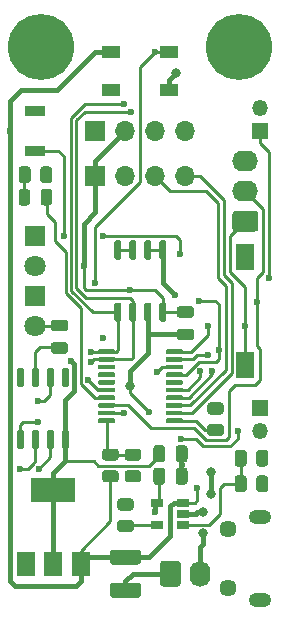
<source format=gbr>
%TF.GenerationSoftware,KiCad,Pcbnew,5.1.9-73d0e3b20d~88~ubuntu20.04.1*%
%TF.CreationDate,2021-03-24T22:28:27+08:00*%
%TF.ProjectId,elec-remote,656c6563-2d72-4656-9d6f-74652e6b6963,rev?*%
%TF.SameCoordinates,Original*%
%TF.FileFunction,Copper,L1,Top*%
%TF.FilePolarity,Positive*%
%FSLAX46Y46*%
G04 Gerber Fmt 4.6, Leading zero omitted, Abs format (unit mm)*
G04 Created by KiCad (PCBNEW 5.1.9-73d0e3b20d~88~ubuntu20.04.1) date 2021-03-24 22:28:27*
%MOMM*%
%LPD*%
G01*
G04 APERTURE LIST*
%TA.AperFunction,SMDPad,CuDef*%
%ADD10R,1.500000X1.000000*%
%TD*%
%TA.AperFunction,ComponentPad*%
%ADD11C,5.600000*%
%TD*%
%TA.AperFunction,ComponentPad*%
%ADD12O,1.700000X1.700000*%
%TD*%
%TA.AperFunction,ComponentPad*%
%ADD13R,1.700000X1.700000*%
%TD*%
%TA.AperFunction,ComponentPad*%
%ADD14O,1.350000X1.350000*%
%TD*%
%TA.AperFunction,ComponentPad*%
%ADD15R,1.350000X1.350000*%
%TD*%
%TA.AperFunction,ComponentPad*%
%ADD16O,2.190000X1.740000*%
%TD*%
%TA.AperFunction,SMDPad,CuDef*%
%ADD17R,1.700000X0.900000*%
%TD*%
%TA.AperFunction,SMDPad,CuDef*%
%ADD18R,1.500000X2.000000*%
%TD*%
%TA.AperFunction,SMDPad,CuDef*%
%ADD19R,3.800000X2.000000*%
%TD*%
%TA.AperFunction,SMDPad,CuDef*%
%ADD20R,1.060000X0.650000*%
%TD*%
%TA.AperFunction,SMDPad,CuDef*%
%ADD21R,1.600000X2.180000*%
%TD*%
%TA.AperFunction,ComponentPad*%
%ADD22O,1.740000X2.190000*%
%TD*%
%TA.AperFunction,ComponentPad*%
%ADD23O,1.900000X1.200000*%
%TD*%
%TA.AperFunction,ComponentPad*%
%ADD24C,1.450000*%
%TD*%
%TA.AperFunction,ComponentPad*%
%ADD25C,1.800000*%
%TD*%
%TA.AperFunction,ComponentPad*%
%ADD26R,1.800000X1.800000*%
%TD*%
%TA.AperFunction,ViaPad*%
%ADD27C,0.600000*%
%TD*%
%TA.AperFunction,ViaPad*%
%ADD28C,0.800000*%
%TD*%
%TA.AperFunction,Conductor*%
%ADD29C,0.381000*%
%TD*%
%TA.AperFunction,Conductor*%
%ADD30C,0.250000*%
%TD*%
G04 APERTURE END LIST*
D10*
%TO.P,D5,1*%
%TO.N,+BATT*%
X39460000Y-28880000D03*
%TO.P,D5,2*%
%TO.N,N/C*%
X39460000Y-32080000D03*
%TO.P,D5,4*%
%TO.N,/WS2812*%
X44360000Y-28880000D03*
%TO.P,D5,3*%
%TO.N,GND*%
X44360000Y-32080000D03*
%TD*%
D11*
%TO.P,H3,1*%
%TO.N,GND*%
X33528000Y-28448000D03*
%TD*%
D12*
%TO.P,JBT1,4*%
%TO.N,/TX*%
X45720000Y-39370000D03*
%TO.P,JBT1,3*%
%TO.N,/RX*%
X43180000Y-39370000D03*
%TO.P,JBT1,2*%
%TO.N,GND*%
X40640000Y-39370000D03*
D13*
%TO.P,JBT1,1*%
%TO.N,+3V3*%
X38100000Y-39370000D03*
%TD*%
D11*
%TO.P,H1,1*%
%TO.N,GND*%
X50292000Y-28448000D03*
%TD*%
D14*
%TO.P,TOP1,2*%
%TO.N,GND*%
X52070000Y-33560000D03*
D15*
%TO.P,TOP1,1*%
%TO.N,/TOP*%
X52070000Y-35560000D03*
%TD*%
D16*
%TO.P,DEBUG1,3*%
%TO.N,GND*%
X50800000Y-38100000D03*
%TO.P,DEBUG1,2*%
%TO.N,/SWIM*%
X50800000Y-40640000D03*
%TO.P,DEBUG1,1*%
%TO.N,/NRST*%
%TA.AperFunction,ComponentPad*%
G36*
G01*
X51645001Y-44050000D02*
X49954999Y-44050000D01*
G75*
G02*
X49705000Y-43800001I0J249999D01*
G01*
X49705000Y-42559999D01*
G75*
G02*
X49954999Y-42310000I249999J0D01*
G01*
X51645001Y-42310000D01*
G75*
G02*
X51895000Y-42559999I0J-249999D01*
G01*
X51895000Y-43800001D01*
G75*
G02*
X51645001Y-44050000I-249999J0D01*
G01*
G37*
%TD.AperFunction*%
%TD*%
D14*
%TO.P,BEEPER1,2*%
%TO.N,GND*%
X52070000Y-60960000D03*
D15*
%TO.P,BEEPER1,1*%
%TO.N,Net-(BEEPER1-Pad1)*%
X52070000Y-58960000D03*
%TD*%
D17*
%TO.P,SIDE1,2*%
%TO.N,GND*%
X33020000Y-33860000D03*
%TO.P,SIDE1,1*%
%TO.N,/SIDE*%
X33020000Y-37260000D03*
%TD*%
D12*
%TO.P,LCD1,4*%
%TO.N,/SDA*%
X45720000Y-35560000D03*
%TO.P,LCD1,3*%
%TO.N,/SCL*%
X43180000Y-35560000D03*
%TO.P,LCD1,2*%
%TO.N,+3V3*%
X40640000Y-35560000D03*
D13*
%TO.P,LCD1,1*%
%TO.N,GND*%
X38100000Y-35560000D03*
%TD*%
%TO.P,U6,8*%
%TO.N,+3V3*%
%TA.AperFunction,SMDPad,CuDef*%
G36*
G01*
X43665000Y-50060000D02*
X43965000Y-50060000D01*
G75*
G02*
X44115000Y-50210000I0J-150000D01*
G01*
X44115000Y-51560000D01*
G75*
G02*
X43965000Y-51710000I-150000J0D01*
G01*
X43665000Y-51710000D01*
G75*
G02*
X43515000Y-51560000I0J150000D01*
G01*
X43515000Y-50210000D01*
G75*
G02*
X43665000Y-50060000I150000J0D01*
G01*
G37*
%TD.AperFunction*%
%TO.P,U6,7*%
%TO.N,GND*%
%TA.AperFunction,SMDPad,CuDef*%
G36*
G01*
X42395000Y-50060000D02*
X42695000Y-50060000D01*
G75*
G02*
X42845000Y-50210000I0J-150000D01*
G01*
X42845000Y-51560000D01*
G75*
G02*
X42695000Y-51710000I-150000J0D01*
G01*
X42395000Y-51710000D01*
G75*
G02*
X42245000Y-51560000I0J150000D01*
G01*
X42245000Y-50210000D01*
G75*
G02*
X42395000Y-50060000I150000J0D01*
G01*
G37*
%TD.AperFunction*%
%TO.P,U6,6*%
%TO.N,/SCL*%
%TA.AperFunction,SMDPad,CuDef*%
G36*
G01*
X41125000Y-50060000D02*
X41425000Y-50060000D01*
G75*
G02*
X41575000Y-50210000I0J-150000D01*
G01*
X41575000Y-51560000D01*
G75*
G02*
X41425000Y-51710000I-150000J0D01*
G01*
X41125000Y-51710000D01*
G75*
G02*
X40975000Y-51560000I0J150000D01*
G01*
X40975000Y-50210000D01*
G75*
G02*
X41125000Y-50060000I150000J0D01*
G01*
G37*
%TD.AperFunction*%
%TO.P,U6,5*%
%TO.N,/SDA*%
%TA.AperFunction,SMDPad,CuDef*%
G36*
G01*
X39855000Y-50060000D02*
X40155000Y-50060000D01*
G75*
G02*
X40305000Y-50210000I0J-150000D01*
G01*
X40305000Y-51560000D01*
G75*
G02*
X40155000Y-51710000I-150000J0D01*
G01*
X39855000Y-51710000D01*
G75*
G02*
X39705000Y-51560000I0J150000D01*
G01*
X39705000Y-50210000D01*
G75*
G02*
X39855000Y-50060000I150000J0D01*
G01*
G37*
%TD.AperFunction*%
%TO.P,U6,4*%
%TO.N,GND*%
%TA.AperFunction,SMDPad,CuDef*%
G36*
G01*
X39855000Y-44810000D02*
X40155000Y-44810000D01*
G75*
G02*
X40305000Y-44960000I0J-150000D01*
G01*
X40305000Y-46310000D01*
G75*
G02*
X40155000Y-46460000I-150000J0D01*
G01*
X39855000Y-46460000D01*
G75*
G02*
X39705000Y-46310000I0J150000D01*
G01*
X39705000Y-44960000D01*
G75*
G02*
X39855000Y-44810000I150000J0D01*
G01*
G37*
%TD.AperFunction*%
%TO.P,U6,3*%
%TA.AperFunction,SMDPad,CuDef*%
G36*
G01*
X41125000Y-44810000D02*
X41425000Y-44810000D01*
G75*
G02*
X41575000Y-44960000I0J-150000D01*
G01*
X41575000Y-46310000D01*
G75*
G02*
X41425000Y-46460000I-150000J0D01*
G01*
X41125000Y-46460000D01*
G75*
G02*
X40975000Y-46310000I0J150000D01*
G01*
X40975000Y-44960000D01*
G75*
G02*
X41125000Y-44810000I150000J0D01*
G01*
G37*
%TD.AperFunction*%
%TO.P,U6,2*%
%TA.AperFunction,SMDPad,CuDef*%
G36*
G01*
X42395000Y-44810000D02*
X42695000Y-44810000D01*
G75*
G02*
X42845000Y-44960000I0J-150000D01*
G01*
X42845000Y-46310000D01*
G75*
G02*
X42695000Y-46460000I-150000J0D01*
G01*
X42395000Y-46460000D01*
G75*
G02*
X42245000Y-46310000I0J150000D01*
G01*
X42245000Y-44960000D01*
G75*
G02*
X42395000Y-44810000I150000J0D01*
G01*
G37*
%TD.AperFunction*%
%TO.P,U6,1*%
%TA.AperFunction,SMDPad,CuDef*%
G36*
G01*
X43665000Y-44810000D02*
X43965000Y-44810000D01*
G75*
G02*
X44115000Y-44960000I0J-150000D01*
G01*
X44115000Y-46310000D01*
G75*
G02*
X43965000Y-46460000I-150000J0D01*
G01*
X43665000Y-46460000D01*
G75*
G02*
X43515000Y-46310000I0J150000D01*
G01*
X43515000Y-44960000D01*
G75*
G02*
X43665000Y-44810000I150000J0D01*
G01*
G37*
%TD.AperFunction*%
%TD*%
D18*
%TO.P,U5,1*%
%TO.N,GND*%
X32244000Y-72238000D03*
%TO.P,U5,3*%
%TO.N,+BATT*%
X36844000Y-72238000D03*
%TO.P,U5,2*%
%TO.N,+3V3*%
X34544000Y-72238000D03*
D19*
X34544000Y-65938000D03*
%TD*%
D20*
%TO.P,U4,5*%
%TO.N,Net-(R20-Pad1)*%
X43350000Y-68895000D03*
%TO.P,U4,4*%
%TO.N,+5V*%
X43350000Y-66995000D03*
%TO.P,U4,3*%
%TO.N,+BATT*%
X45550000Y-66995000D03*
%TO.P,U4,2*%
%TO.N,GND*%
X45550000Y-67945000D03*
%TO.P,U4,1*%
%TO.N,Net-(R21-Pad2)*%
X45550000Y-68895000D03*
%TD*%
%TO.P,U3,20*%
%TO.N,/BATT*%
%TA.AperFunction,SMDPad,CuDef*%
G36*
G01*
X39785000Y-59975000D02*
X39785000Y-60175000D01*
G75*
G02*
X39685000Y-60275000I-100000J0D01*
G01*
X38410000Y-60275000D01*
G75*
G02*
X38310000Y-60175000I0J100000D01*
G01*
X38310000Y-59975000D01*
G75*
G02*
X38410000Y-59875000I100000J0D01*
G01*
X39685000Y-59875000D01*
G75*
G02*
X39785000Y-59975000I0J-100000D01*
G01*
G37*
%TD.AperFunction*%
%TO.P,U3,19*%
%TO.N,/IR*%
%TA.AperFunction,SMDPad,CuDef*%
G36*
G01*
X39785000Y-59325000D02*
X39785000Y-59525000D01*
G75*
G02*
X39685000Y-59625000I-100000J0D01*
G01*
X38410000Y-59625000D01*
G75*
G02*
X38310000Y-59525000I0J100000D01*
G01*
X38310000Y-59325000D01*
G75*
G02*
X38410000Y-59225000I100000J0D01*
G01*
X39685000Y-59225000D01*
G75*
G02*
X39785000Y-59325000I0J-100000D01*
G01*
G37*
%TD.AperFunction*%
%TO.P,U3,18*%
%TO.N,/SWIM*%
%TA.AperFunction,SMDPad,CuDef*%
G36*
G01*
X39785000Y-58675000D02*
X39785000Y-58875000D01*
G75*
G02*
X39685000Y-58975000I-100000J0D01*
G01*
X38410000Y-58975000D01*
G75*
G02*
X38310000Y-58875000I0J100000D01*
G01*
X38310000Y-58675000D01*
G75*
G02*
X38410000Y-58575000I100000J0D01*
G01*
X39685000Y-58575000D01*
G75*
G02*
X39785000Y-58675000I0J-100000D01*
G01*
G37*
%TD.AperFunction*%
%TO.P,U3,17*%
%TO.N,/LED0*%
%TA.AperFunction,SMDPad,CuDef*%
G36*
G01*
X39785000Y-58025000D02*
X39785000Y-58225000D01*
G75*
G02*
X39685000Y-58325000I-100000J0D01*
G01*
X38410000Y-58325000D01*
G75*
G02*
X38310000Y-58225000I0J100000D01*
G01*
X38310000Y-58025000D01*
G75*
G02*
X38410000Y-57925000I100000J0D01*
G01*
X39685000Y-57925000D01*
G75*
G02*
X39785000Y-58025000I0J-100000D01*
G01*
G37*
%TD.AperFunction*%
%TO.P,U3,16*%
%TO.N,/WS2812*%
%TA.AperFunction,SMDPad,CuDef*%
G36*
G01*
X39785000Y-57375000D02*
X39785000Y-57575000D01*
G75*
G02*
X39685000Y-57675000I-100000J0D01*
G01*
X38410000Y-57675000D01*
G75*
G02*
X38310000Y-57575000I0J100000D01*
G01*
X38310000Y-57375000D01*
G75*
G02*
X38410000Y-57275000I100000J0D01*
G01*
X39685000Y-57275000D01*
G75*
G02*
X39785000Y-57375000I0J-100000D01*
G01*
G37*
%TD.AperFunction*%
%TO.P,U3,15*%
%TO.N,N/C*%
%TA.AperFunction,SMDPad,CuDef*%
G36*
G01*
X39785000Y-56725000D02*
X39785000Y-56925000D01*
G75*
G02*
X39685000Y-57025000I-100000J0D01*
G01*
X38410000Y-57025000D01*
G75*
G02*
X38310000Y-56925000I0J100000D01*
G01*
X38310000Y-56725000D01*
G75*
G02*
X38410000Y-56625000I100000J0D01*
G01*
X39685000Y-56625000D01*
G75*
G02*
X39785000Y-56725000I0J-100000D01*
G01*
G37*
%TD.AperFunction*%
%TO.P,U3,14*%
%TA.AperFunction,SMDPad,CuDef*%
G36*
G01*
X39785000Y-56075000D02*
X39785000Y-56275000D01*
G75*
G02*
X39685000Y-56375000I-100000J0D01*
G01*
X38410000Y-56375000D01*
G75*
G02*
X38310000Y-56275000I0J100000D01*
G01*
X38310000Y-56075000D01*
G75*
G02*
X38410000Y-55975000I100000J0D01*
G01*
X39685000Y-55975000D01*
G75*
G02*
X39785000Y-56075000I0J-100000D01*
G01*
G37*
%TD.AperFunction*%
%TO.P,U3,13*%
%TA.AperFunction,SMDPad,CuDef*%
G36*
G01*
X39785000Y-55425000D02*
X39785000Y-55625000D01*
G75*
G02*
X39685000Y-55725000I-100000J0D01*
G01*
X38410000Y-55725000D01*
G75*
G02*
X38310000Y-55625000I0J100000D01*
G01*
X38310000Y-55425000D01*
G75*
G02*
X38410000Y-55325000I100000J0D01*
G01*
X39685000Y-55325000D01*
G75*
G02*
X39785000Y-55425000I0J-100000D01*
G01*
G37*
%TD.AperFunction*%
%TO.P,U3,12*%
%TO.N,/SCL*%
%TA.AperFunction,SMDPad,CuDef*%
G36*
G01*
X39785000Y-54775000D02*
X39785000Y-54975000D01*
G75*
G02*
X39685000Y-55075000I-100000J0D01*
G01*
X38410000Y-55075000D01*
G75*
G02*
X38310000Y-54975000I0J100000D01*
G01*
X38310000Y-54775000D01*
G75*
G02*
X38410000Y-54675000I100000J0D01*
G01*
X39685000Y-54675000D01*
G75*
G02*
X39785000Y-54775000I0J-100000D01*
G01*
G37*
%TD.AperFunction*%
%TO.P,U3,11*%
%TO.N,/SDA*%
%TA.AperFunction,SMDPad,CuDef*%
G36*
G01*
X39785000Y-54125000D02*
X39785000Y-54325000D01*
G75*
G02*
X39685000Y-54425000I-100000J0D01*
G01*
X38410000Y-54425000D01*
G75*
G02*
X38310000Y-54325000I0J100000D01*
G01*
X38310000Y-54125000D01*
G75*
G02*
X38410000Y-54025000I100000J0D01*
G01*
X39685000Y-54025000D01*
G75*
G02*
X39785000Y-54125000I0J-100000D01*
G01*
G37*
%TD.AperFunction*%
%TO.P,U3,10*%
%TO.N,/SIDE*%
%TA.AperFunction,SMDPad,CuDef*%
G36*
G01*
X45510000Y-54125000D02*
X45510000Y-54325000D01*
G75*
G02*
X45410000Y-54425000I-100000J0D01*
G01*
X44135000Y-54425000D01*
G75*
G02*
X44035000Y-54325000I0J100000D01*
G01*
X44035000Y-54125000D01*
G75*
G02*
X44135000Y-54025000I100000J0D01*
G01*
X45410000Y-54025000D01*
G75*
G02*
X45510000Y-54125000I0J-100000D01*
G01*
G37*
%TD.AperFunction*%
%TO.P,U3,9*%
%TO.N,+3V3*%
%TA.AperFunction,SMDPad,CuDef*%
G36*
G01*
X45510000Y-54775000D02*
X45510000Y-54975000D01*
G75*
G02*
X45410000Y-55075000I-100000J0D01*
G01*
X44135000Y-55075000D01*
G75*
G02*
X44035000Y-54975000I0J100000D01*
G01*
X44035000Y-54775000D01*
G75*
G02*
X44135000Y-54675000I100000J0D01*
G01*
X45410000Y-54675000D01*
G75*
G02*
X45510000Y-54775000I0J-100000D01*
G01*
G37*
%TD.AperFunction*%
%TO.P,U3,8*%
%TO.N,Net-(C16-Pad2)*%
%TA.AperFunction,SMDPad,CuDef*%
G36*
G01*
X45510000Y-55425000D02*
X45510000Y-55625000D01*
G75*
G02*
X45410000Y-55725000I-100000J0D01*
G01*
X44135000Y-55725000D01*
G75*
G02*
X44035000Y-55625000I0J100000D01*
G01*
X44035000Y-55425000D01*
G75*
G02*
X44135000Y-55325000I100000J0D01*
G01*
X45410000Y-55325000D01*
G75*
G02*
X45510000Y-55425000I0J-100000D01*
G01*
G37*
%TD.AperFunction*%
%TO.P,U3,7*%
%TO.N,GND*%
%TA.AperFunction,SMDPad,CuDef*%
G36*
G01*
X45510000Y-56075000D02*
X45510000Y-56275000D01*
G75*
G02*
X45410000Y-56375000I-100000J0D01*
G01*
X44135000Y-56375000D01*
G75*
G02*
X44035000Y-56275000I0J100000D01*
G01*
X44035000Y-56075000D01*
G75*
G02*
X44135000Y-55975000I100000J0D01*
G01*
X45410000Y-55975000D01*
G75*
G02*
X45510000Y-56075000I0J-100000D01*
G01*
G37*
%TD.AperFunction*%
%TO.P,U3,6*%
%TO.N,N/C*%
%TA.AperFunction,SMDPad,CuDef*%
G36*
G01*
X45510000Y-56725000D02*
X45510000Y-56925000D01*
G75*
G02*
X45410000Y-57025000I-100000J0D01*
G01*
X44135000Y-57025000D01*
G75*
G02*
X44035000Y-56925000I0J100000D01*
G01*
X44035000Y-56725000D01*
G75*
G02*
X44135000Y-56625000I100000J0D01*
G01*
X45410000Y-56625000D01*
G75*
G02*
X45510000Y-56725000I0J-100000D01*
G01*
G37*
%TD.AperFunction*%
%TO.P,U3,5*%
%TO.N,/TOP*%
%TA.AperFunction,SMDPad,CuDef*%
G36*
G01*
X45510000Y-57375000D02*
X45510000Y-57575000D01*
G75*
G02*
X45410000Y-57675000I-100000J0D01*
G01*
X44135000Y-57675000D01*
G75*
G02*
X44035000Y-57575000I0J100000D01*
G01*
X44035000Y-57375000D01*
G75*
G02*
X44135000Y-57275000I100000J0D01*
G01*
X45410000Y-57275000D01*
G75*
G02*
X45510000Y-57375000I0J-100000D01*
G01*
G37*
%TD.AperFunction*%
%TO.P,U3,4*%
%TO.N,/NRST*%
%TA.AperFunction,SMDPad,CuDef*%
G36*
G01*
X45510000Y-58025000D02*
X45510000Y-58225000D01*
G75*
G02*
X45410000Y-58325000I-100000J0D01*
G01*
X44135000Y-58325000D01*
G75*
G02*
X44035000Y-58225000I0J100000D01*
G01*
X44035000Y-58025000D01*
G75*
G02*
X44135000Y-57925000I100000J0D01*
G01*
X45410000Y-57925000D01*
G75*
G02*
X45510000Y-58025000I0J-100000D01*
G01*
G37*
%TD.AperFunction*%
%TO.P,U3,3*%
%TO.N,/RX*%
%TA.AperFunction,SMDPad,CuDef*%
G36*
G01*
X45510000Y-58675000D02*
X45510000Y-58875000D01*
G75*
G02*
X45410000Y-58975000I-100000J0D01*
G01*
X44135000Y-58975000D01*
G75*
G02*
X44035000Y-58875000I0J100000D01*
G01*
X44035000Y-58675000D01*
G75*
G02*
X44135000Y-58575000I100000J0D01*
G01*
X45410000Y-58575000D01*
G75*
G02*
X45510000Y-58675000I0J-100000D01*
G01*
G37*
%TD.AperFunction*%
%TO.P,U3,2*%
%TO.N,/TX*%
%TA.AperFunction,SMDPad,CuDef*%
G36*
G01*
X45510000Y-59325000D02*
X45510000Y-59525000D01*
G75*
G02*
X45410000Y-59625000I-100000J0D01*
G01*
X44135000Y-59625000D01*
G75*
G02*
X44035000Y-59525000I0J100000D01*
G01*
X44035000Y-59325000D01*
G75*
G02*
X44135000Y-59225000I100000J0D01*
G01*
X45410000Y-59225000D01*
G75*
G02*
X45510000Y-59325000I0J-100000D01*
G01*
G37*
%TD.AperFunction*%
%TO.P,U3,1*%
%TO.N,/BEEP*%
%TA.AperFunction,SMDPad,CuDef*%
G36*
G01*
X45510000Y-59975000D02*
X45510000Y-60175000D01*
G75*
G02*
X45410000Y-60275000I-100000J0D01*
G01*
X44135000Y-60275000D01*
G75*
G02*
X44035000Y-60175000I0J100000D01*
G01*
X44035000Y-59975000D01*
G75*
G02*
X44135000Y-59875000I100000J0D01*
G01*
X45410000Y-59875000D01*
G75*
G02*
X45510000Y-59975000I0J-100000D01*
G01*
G37*
%TD.AperFunction*%
%TD*%
%TO.P,U1,8*%
%TO.N,+3V3*%
%TA.AperFunction,SMDPad,CuDef*%
G36*
G01*
X35410000Y-60855000D02*
X35710000Y-60855000D01*
G75*
G02*
X35860000Y-61005000I0J-150000D01*
G01*
X35860000Y-62355000D01*
G75*
G02*
X35710000Y-62505000I-150000J0D01*
G01*
X35410000Y-62505000D01*
G75*
G02*
X35260000Y-62355000I0J150000D01*
G01*
X35260000Y-61005000D01*
G75*
G02*
X35410000Y-60855000I150000J0D01*
G01*
G37*
%TD.AperFunction*%
%TO.P,U1,7*%
%TO.N,Net-(C13-Pad1)*%
%TA.AperFunction,SMDPad,CuDef*%
G36*
G01*
X34140000Y-60855000D02*
X34440000Y-60855000D01*
G75*
G02*
X34590000Y-61005000I0J-150000D01*
G01*
X34590000Y-62355000D01*
G75*
G02*
X34440000Y-62505000I-150000J0D01*
G01*
X34140000Y-62505000D01*
G75*
G02*
X33990000Y-62355000I0J150000D01*
G01*
X33990000Y-61005000D01*
G75*
G02*
X34140000Y-60855000I150000J0D01*
G01*
G37*
%TD.AperFunction*%
%TO.P,U1,6*%
%TO.N,Net-(C13-Pad2)*%
%TA.AperFunction,SMDPad,CuDef*%
G36*
G01*
X32870000Y-60855000D02*
X33170000Y-60855000D01*
G75*
G02*
X33320000Y-61005000I0J-150000D01*
G01*
X33320000Y-62355000D01*
G75*
G02*
X33170000Y-62505000I-150000J0D01*
G01*
X32870000Y-62505000D01*
G75*
G02*
X32720000Y-62355000I0J150000D01*
G01*
X32720000Y-61005000D01*
G75*
G02*
X32870000Y-60855000I150000J0D01*
G01*
G37*
%TD.AperFunction*%
%TO.P,U1,5*%
%TO.N,Net-(C11-Pad1)*%
%TA.AperFunction,SMDPad,CuDef*%
G36*
G01*
X31600000Y-60855000D02*
X31900000Y-60855000D01*
G75*
G02*
X32050000Y-61005000I0J-150000D01*
G01*
X32050000Y-62355000D01*
G75*
G02*
X31900000Y-62505000I-150000J0D01*
G01*
X31600000Y-62505000D01*
G75*
G02*
X31450000Y-62355000I0J150000D01*
G01*
X31450000Y-61005000D01*
G75*
G02*
X31600000Y-60855000I150000J0D01*
G01*
G37*
%TD.AperFunction*%
%TO.P,U1,4*%
%TO.N,GND*%
%TA.AperFunction,SMDPad,CuDef*%
G36*
G01*
X31600000Y-55605000D02*
X31900000Y-55605000D01*
G75*
G02*
X32050000Y-55755000I0J-150000D01*
G01*
X32050000Y-57105000D01*
G75*
G02*
X31900000Y-57255000I-150000J0D01*
G01*
X31600000Y-57255000D01*
G75*
G02*
X31450000Y-57105000I0J150000D01*
G01*
X31450000Y-55755000D01*
G75*
G02*
X31600000Y-55605000I150000J0D01*
G01*
G37*
%TD.AperFunction*%
%TO.P,U1,3*%
%TO.N,Net-(C4-Pad1)*%
%TA.AperFunction,SMDPad,CuDef*%
G36*
G01*
X32870000Y-55605000D02*
X33170000Y-55605000D01*
G75*
G02*
X33320000Y-55755000I0J-150000D01*
G01*
X33320000Y-57105000D01*
G75*
G02*
X33170000Y-57255000I-150000J0D01*
G01*
X32870000Y-57255000D01*
G75*
G02*
X32720000Y-57105000I0J150000D01*
G01*
X32720000Y-55755000D01*
G75*
G02*
X32870000Y-55605000I150000J0D01*
G01*
G37*
%TD.AperFunction*%
%TO.P,U1,2*%
%TO.N,Net-(C8-Pad2)*%
%TA.AperFunction,SMDPad,CuDef*%
G36*
G01*
X34140000Y-55605000D02*
X34440000Y-55605000D01*
G75*
G02*
X34590000Y-55755000I0J-150000D01*
G01*
X34590000Y-57105000D01*
G75*
G02*
X34440000Y-57255000I-150000J0D01*
G01*
X34140000Y-57255000D01*
G75*
G02*
X33990000Y-57105000I0J150000D01*
G01*
X33990000Y-55755000D01*
G75*
G02*
X34140000Y-55605000I150000J0D01*
G01*
G37*
%TD.AperFunction*%
%TO.P,U1,1*%
%TO.N,Net-(C11-Pad2)*%
%TA.AperFunction,SMDPad,CuDef*%
G36*
G01*
X35410000Y-55605000D02*
X35710000Y-55605000D01*
G75*
G02*
X35860000Y-55755000I0J-150000D01*
G01*
X35860000Y-57105000D01*
G75*
G02*
X35710000Y-57255000I-150000J0D01*
G01*
X35410000Y-57255000D01*
G75*
G02*
X35260000Y-57105000I0J150000D01*
G01*
X35260000Y-55755000D01*
G75*
G02*
X35410000Y-55605000I150000J0D01*
G01*
G37*
%TD.AperFunction*%
%TD*%
D21*
%TO.P,RESET1,2*%
%TO.N,GND*%
X50800000Y-46210000D03*
%TO.P,RESET1,1*%
%TO.N,/NRST*%
X50800000Y-55390000D03*
%TD*%
%TO.P,R26,2*%
%TO.N,/BATT*%
%TA.AperFunction,SMDPad,CuDef*%
G36*
G01*
X41725002Y-63457500D02*
X40824998Y-63457500D01*
G75*
G02*
X40575000Y-63207502I0J249998D01*
G01*
X40575000Y-62682498D01*
G75*
G02*
X40824998Y-62432500I249998J0D01*
G01*
X41725002Y-62432500D01*
G75*
G02*
X41975000Y-62682498I0J-249998D01*
G01*
X41975000Y-63207502D01*
G75*
G02*
X41725002Y-63457500I-249998J0D01*
G01*
G37*
%TD.AperFunction*%
%TO.P,R26,1*%
%TO.N,GND*%
%TA.AperFunction,SMDPad,CuDef*%
G36*
G01*
X41725002Y-65282500D02*
X40824998Y-65282500D01*
G75*
G02*
X40575000Y-65032502I0J249998D01*
G01*
X40575000Y-64507498D01*
G75*
G02*
X40824998Y-64257500I249998J0D01*
G01*
X41725002Y-64257500D01*
G75*
G02*
X41975000Y-64507498I0J-249998D01*
G01*
X41975000Y-65032502D01*
G75*
G02*
X41725002Y-65282500I-249998J0D01*
G01*
G37*
%TD.AperFunction*%
%TD*%
%TO.P,R25,2*%
%TO.N,+BATT*%
%TA.AperFunction,SMDPad,CuDef*%
G36*
G01*
X38919998Y-64257500D02*
X39820002Y-64257500D01*
G75*
G02*
X40070000Y-64507498I0J-249998D01*
G01*
X40070000Y-65032502D01*
G75*
G02*
X39820002Y-65282500I-249998J0D01*
G01*
X38919998Y-65282500D01*
G75*
G02*
X38670000Y-65032502I0J249998D01*
G01*
X38670000Y-64507498D01*
G75*
G02*
X38919998Y-64257500I249998J0D01*
G01*
G37*
%TD.AperFunction*%
%TO.P,R25,1*%
%TO.N,/BATT*%
%TA.AperFunction,SMDPad,CuDef*%
G36*
G01*
X38919998Y-62432500D02*
X39820002Y-62432500D01*
G75*
G02*
X40070000Y-62682498I0J-249998D01*
G01*
X40070000Y-63207502D01*
G75*
G02*
X39820002Y-63457500I-249998J0D01*
G01*
X38919998Y-63457500D01*
G75*
G02*
X38670000Y-63207502I0J249998D01*
G01*
X38670000Y-62682498D01*
G75*
G02*
X38919998Y-62432500I249998J0D01*
G01*
G37*
%TD.AperFunction*%
%TD*%
%TO.P,R23,2*%
%TO.N,/BEEP*%
%TA.AperFunction,SMDPad,CuDef*%
G36*
G01*
X47809998Y-60344000D02*
X48710002Y-60344000D01*
G75*
G02*
X48960000Y-60593998I0J-249998D01*
G01*
X48960000Y-61119002D01*
G75*
G02*
X48710002Y-61369000I-249998J0D01*
G01*
X47809998Y-61369000D01*
G75*
G02*
X47560000Y-61119002I0J249998D01*
G01*
X47560000Y-60593998D01*
G75*
G02*
X47809998Y-60344000I249998J0D01*
G01*
G37*
%TD.AperFunction*%
%TO.P,R23,1*%
%TO.N,Net-(Q2-Pad1)*%
%TA.AperFunction,SMDPad,CuDef*%
G36*
G01*
X47809998Y-58519000D02*
X48710002Y-58519000D01*
G75*
G02*
X48960000Y-58768998I0J-249998D01*
G01*
X48960000Y-59294002D01*
G75*
G02*
X48710002Y-59544000I-249998J0D01*
G01*
X47809998Y-59544000D01*
G75*
G02*
X47560000Y-59294002I0J249998D01*
G01*
X47560000Y-58768998D01*
G75*
G02*
X47809998Y-58519000I249998J0D01*
G01*
G37*
%TD.AperFunction*%
%TD*%
%TO.P,R22,2*%
%TO.N,Net-(R21-Pad2)*%
%TA.AperFunction,SMDPad,CuDef*%
G36*
G01*
X50908000Y-64954998D02*
X50908000Y-65855002D01*
G75*
G02*
X50658002Y-66105000I-249998J0D01*
G01*
X50132998Y-66105000D01*
G75*
G02*
X49883000Y-65855002I0J249998D01*
G01*
X49883000Y-64954998D01*
G75*
G02*
X50132998Y-64705000I249998J0D01*
G01*
X50658002Y-64705000D01*
G75*
G02*
X50908000Y-64954998I0J-249998D01*
G01*
G37*
%TD.AperFunction*%
%TO.P,R22,1*%
%TO.N,Net-(D7-Pad1)*%
%TA.AperFunction,SMDPad,CuDef*%
G36*
G01*
X52733000Y-64954998D02*
X52733000Y-65855002D01*
G75*
G02*
X52483002Y-66105000I-249998J0D01*
G01*
X51957998Y-66105000D01*
G75*
G02*
X51708000Y-65855002I0J249998D01*
G01*
X51708000Y-64954998D01*
G75*
G02*
X51957998Y-64705000I249998J0D01*
G01*
X52483002Y-64705000D01*
G75*
G02*
X52733000Y-64954998I0J-249998D01*
G01*
G37*
%TD.AperFunction*%
%TD*%
%TO.P,R21,2*%
%TO.N,Net-(R21-Pad2)*%
%TA.AperFunction,SMDPad,CuDef*%
G36*
G01*
X50908000Y-62795998D02*
X50908000Y-63696002D01*
G75*
G02*
X50658002Y-63946000I-249998J0D01*
G01*
X50132998Y-63946000D01*
G75*
G02*
X49883000Y-63696002I0J249998D01*
G01*
X49883000Y-62795998D01*
G75*
G02*
X50132998Y-62546000I249998J0D01*
G01*
X50658002Y-62546000D01*
G75*
G02*
X50908000Y-62795998I0J-249998D01*
G01*
G37*
%TD.AperFunction*%
%TO.P,R21,1*%
%TO.N,Net-(D6-Pad2)*%
%TA.AperFunction,SMDPad,CuDef*%
G36*
G01*
X52733000Y-62795998D02*
X52733000Y-63696002D01*
G75*
G02*
X52483002Y-63946000I-249998J0D01*
G01*
X51957998Y-63946000D01*
G75*
G02*
X51708000Y-63696002I0J249998D01*
G01*
X51708000Y-62795998D01*
G75*
G02*
X51957998Y-62546000I249998J0D01*
G01*
X52483002Y-62546000D01*
G75*
G02*
X52733000Y-62795998I0J-249998D01*
G01*
G37*
%TD.AperFunction*%
%TD*%
%TO.P,R20,2*%
%TO.N,GND*%
%TA.AperFunction,SMDPad,CuDef*%
G36*
G01*
X41090002Y-67672000D02*
X40189998Y-67672000D01*
G75*
G02*
X39940000Y-67422002I0J249998D01*
G01*
X39940000Y-66896998D01*
G75*
G02*
X40189998Y-66647000I249998J0D01*
G01*
X41090002Y-66647000D01*
G75*
G02*
X41340000Y-66896998I0J-249998D01*
G01*
X41340000Y-67422002D01*
G75*
G02*
X41090002Y-67672000I-249998J0D01*
G01*
G37*
%TD.AperFunction*%
%TO.P,R20,1*%
%TO.N,Net-(R20-Pad1)*%
%TA.AperFunction,SMDPad,CuDef*%
G36*
G01*
X41090002Y-69497000D02*
X40189998Y-69497000D01*
G75*
G02*
X39940000Y-69247002I0J249998D01*
G01*
X39940000Y-68721998D01*
G75*
G02*
X40189998Y-68472000I249998J0D01*
G01*
X41090002Y-68472000D01*
G75*
G02*
X41340000Y-68721998I0J-249998D01*
G01*
X41340000Y-69247002D01*
G75*
G02*
X41090002Y-69497000I-249998J0D01*
G01*
G37*
%TD.AperFunction*%
%TD*%
%TO.P,R18,2*%
%TO.N,Net-(D3-Pad1)*%
%TA.AperFunction,SMDPad,CuDef*%
G36*
G01*
X32620000Y-38792998D02*
X32620000Y-39693002D01*
G75*
G02*
X32370002Y-39943000I-249998J0D01*
G01*
X31844998Y-39943000D01*
G75*
G02*
X31595000Y-39693002I0J249998D01*
G01*
X31595000Y-38792998D01*
G75*
G02*
X31844998Y-38543000I249998J0D01*
G01*
X32370002Y-38543000D01*
G75*
G02*
X32620000Y-38792998I0J-249998D01*
G01*
G37*
%TD.AperFunction*%
%TO.P,R18,1*%
%TO.N,GND*%
%TA.AperFunction,SMDPad,CuDef*%
G36*
G01*
X34445000Y-38792998D02*
X34445000Y-39693002D01*
G75*
G02*
X34195002Y-39943000I-249998J0D01*
G01*
X33669998Y-39943000D01*
G75*
G02*
X33420000Y-39693002I0J249998D01*
G01*
X33420000Y-38792998D01*
G75*
G02*
X33669998Y-38543000I249998J0D01*
G01*
X34195002Y-38543000D01*
G75*
G02*
X34445000Y-38792998I0J-249998D01*
G01*
G37*
%TD.AperFunction*%
%TD*%
D22*
%TO.P,BATT1,2*%
%TO.N,GND*%
X46990000Y-73025000D03*
%TO.P,BATT1,1*%
%TO.N,Net-(BATT1-Pad1)*%
%TA.AperFunction,ComponentPad*%
G36*
G01*
X43580000Y-73870001D02*
X43580000Y-72179999D01*
G75*
G02*
X43829999Y-71930000I249999J0D01*
G01*
X45070001Y-71930000D01*
G75*
G02*
X45320000Y-72179999I0J-249999D01*
G01*
X45320000Y-73870001D01*
G75*
G02*
X45070001Y-74120000I-249999J0D01*
G01*
X43829999Y-74120000D01*
G75*
G02*
X43580000Y-73870001I0J249999D01*
G01*
G37*
%TD.AperFunction*%
%TD*%
D23*
%TO.P,J2,6*%
%TO.N,Net-(J2-Pad6)*%
X52037500Y-75255000D03*
X52037500Y-68255000D03*
D24*
X49337500Y-74255000D03*
X49337500Y-69255000D03*
%TD*%
%TO.P,F2,2*%
%TO.N,+BATT*%
%TA.AperFunction,SMDPad,CuDef*%
G36*
G01*
X41715000Y-72250000D02*
X39565000Y-72250000D01*
G75*
G02*
X39315000Y-72000000I0J250000D01*
G01*
X39315000Y-71250000D01*
G75*
G02*
X39565000Y-71000000I250000J0D01*
G01*
X41715000Y-71000000D01*
G75*
G02*
X41965000Y-71250000I0J-250000D01*
G01*
X41965000Y-72000000D01*
G75*
G02*
X41715000Y-72250000I-250000J0D01*
G01*
G37*
%TD.AperFunction*%
%TO.P,F2,1*%
%TO.N,Net-(BATT1-Pad1)*%
%TA.AperFunction,SMDPad,CuDef*%
G36*
G01*
X41715000Y-75050000D02*
X39565000Y-75050000D01*
G75*
G02*
X39315000Y-74800000I0J250000D01*
G01*
X39315000Y-74050000D01*
G75*
G02*
X39565000Y-73800000I250000J0D01*
G01*
X41715000Y-73800000D01*
G75*
G02*
X41965000Y-74050000I0J-250000D01*
G01*
X41965000Y-74800000D01*
G75*
G02*
X41715000Y-75050000I-250000J0D01*
G01*
G37*
%TD.AperFunction*%
%TD*%
%TO.P,D3,2*%
%TO.N,/LED0*%
%TA.AperFunction,SMDPad,CuDef*%
G36*
G01*
X33470000Y-41604250D02*
X33470000Y-40691750D01*
G75*
G02*
X33713750Y-40448000I243750J0D01*
G01*
X34201250Y-40448000D01*
G75*
G02*
X34445000Y-40691750I0J-243750D01*
G01*
X34445000Y-41604250D01*
G75*
G02*
X34201250Y-41848000I-243750J0D01*
G01*
X33713750Y-41848000D01*
G75*
G02*
X33470000Y-41604250I0J243750D01*
G01*
G37*
%TD.AperFunction*%
%TO.P,D3,1*%
%TO.N,Net-(D3-Pad1)*%
%TA.AperFunction,SMDPad,CuDef*%
G36*
G01*
X31595000Y-41604250D02*
X31595000Y-40691750D01*
G75*
G02*
X31838750Y-40448000I243750J0D01*
G01*
X32326250Y-40448000D01*
G75*
G02*
X32570000Y-40691750I0J-243750D01*
G01*
X32570000Y-41604250D01*
G75*
G02*
X32326250Y-41848000I-243750J0D01*
G01*
X31838750Y-41848000D01*
G75*
G02*
X31595000Y-41604250I0J243750D01*
G01*
G37*
%TD.AperFunction*%
%TD*%
D25*
%TO.P,D2,2*%
%TO.N,Net-(C4-Pad2)*%
X33020000Y-52070000D03*
D26*
%TO.P,D2,1*%
%TO.N,GND*%
X33020000Y-49530000D03*
%TD*%
D25*
%TO.P,D1,2*%
%TO.N,Net-(D1-Pad2)*%
X33020000Y-46990000D03*
D26*
%TO.P,D1,1*%
%TO.N,GND*%
X33020000Y-44450000D03*
%TD*%
%TO.P,C18,2*%
%TO.N,+5V*%
%TA.AperFunction,SMDPad,CuDef*%
G36*
G01*
X44000000Y-64295000D02*
X44000000Y-65245000D01*
G75*
G02*
X43750000Y-65495000I-250000J0D01*
G01*
X43250000Y-65495000D01*
G75*
G02*
X43000000Y-65245000I0J250000D01*
G01*
X43000000Y-64295000D01*
G75*
G02*
X43250000Y-64045000I250000J0D01*
G01*
X43750000Y-64045000D01*
G75*
G02*
X44000000Y-64295000I0J-250000D01*
G01*
G37*
%TD.AperFunction*%
%TO.P,C18,1*%
%TO.N,GND*%
%TA.AperFunction,SMDPad,CuDef*%
G36*
G01*
X45900000Y-64295000D02*
X45900000Y-65245000D01*
G75*
G02*
X45650000Y-65495000I-250000J0D01*
G01*
X45150000Y-65495000D01*
G75*
G02*
X44900000Y-65245000I0J250000D01*
G01*
X44900000Y-64295000D01*
G75*
G02*
X45150000Y-64045000I250000J0D01*
G01*
X45650000Y-64045000D01*
G75*
G02*
X45900000Y-64295000I0J-250000D01*
G01*
G37*
%TD.AperFunction*%
%TD*%
%TO.P,C9,2*%
%TO.N,+3V3*%
%TA.AperFunction,SMDPad,CuDef*%
G36*
G01*
X46195000Y-51366000D02*
X45245000Y-51366000D01*
G75*
G02*
X44995000Y-51116000I0J250000D01*
G01*
X44995000Y-50616000D01*
G75*
G02*
X45245000Y-50366000I250000J0D01*
G01*
X46195000Y-50366000D01*
G75*
G02*
X46445000Y-50616000I0J-250000D01*
G01*
X46445000Y-51116000D01*
G75*
G02*
X46195000Y-51366000I-250000J0D01*
G01*
G37*
%TD.AperFunction*%
%TO.P,C9,1*%
%TO.N,GND*%
%TA.AperFunction,SMDPad,CuDef*%
G36*
G01*
X46195000Y-53266000D02*
X45245000Y-53266000D01*
G75*
G02*
X44995000Y-53016000I0J250000D01*
G01*
X44995000Y-52516000D01*
G75*
G02*
X45245000Y-52266000I250000J0D01*
G01*
X46195000Y-52266000D01*
G75*
G02*
X46445000Y-52516000I0J-250000D01*
G01*
X46445000Y-53016000D01*
G75*
G02*
X46195000Y-53266000I-250000J0D01*
G01*
G37*
%TD.AperFunction*%
%TD*%
%TO.P,C4,2*%
%TO.N,Net-(C4-Pad2)*%
%TA.AperFunction,SMDPad,CuDef*%
G36*
G01*
X35527000Y-52509000D02*
X34577000Y-52509000D01*
G75*
G02*
X34327000Y-52259000I0J250000D01*
G01*
X34327000Y-51759000D01*
G75*
G02*
X34577000Y-51509000I250000J0D01*
G01*
X35527000Y-51509000D01*
G75*
G02*
X35777000Y-51759000I0J-250000D01*
G01*
X35777000Y-52259000D01*
G75*
G02*
X35527000Y-52509000I-250000J0D01*
G01*
G37*
%TD.AperFunction*%
%TO.P,C4,1*%
%TO.N,Net-(C4-Pad1)*%
%TA.AperFunction,SMDPad,CuDef*%
G36*
G01*
X35527000Y-54409000D02*
X34577000Y-54409000D01*
G75*
G02*
X34327000Y-54159000I0J250000D01*
G01*
X34327000Y-53659000D01*
G75*
G02*
X34577000Y-53409000I250000J0D01*
G01*
X35527000Y-53409000D01*
G75*
G02*
X35777000Y-53659000I0J-250000D01*
G01*
X35777000Y-54159000D01*
G75*
G02*
X35527000Y-54409000I-250000J0D01*
G01*
G37*
%TD.AperFunction*%
%TD*%
%TO.P,C1,2*%
%TO.N,+3V3*%
%TA.AperFunction,SMDPad,CuDef*%
G36*
G01*
X44000000Y-62390000D02*
X44000000Y-63340000D01*
G75*
G02*
X43750000Y-63590000I-250000J0D01*
G01*
X43250000Y-63590000D01*
G75*
G02*
X43000000Y-63340000I0J250000D01*
G01*
X43000000Y-62390000D01*
G75*
G02*
X43250000Y-62140000I250000J0D01*
G01*
X43750000Y-62140000D01*
G75*
G02*
X44000000Y-62390000I0J-250000D01*
G01*
G37*
%TD.AperFunction*%
%TO.P,C1,1*%
%TO.N,GND*%
%TA.AperFunction,SMDPad,CuDef*%
G36*
G01*
X45900000Y-62390000D02*
X45900000Y-63340000D01*
G75*
G02*
X45650000Y-63590000I-250000J0D01*
G01*
X45150000Y-63590000D01*
G75*
G02*
X44900000Y-63340000I0J250000D01*
G01*
X44900000Y-62390000D01*
G75*
G02*
X45150000Y-62140000I250000J0D01*
G01*
X45650000Y-62140000D01*
G75*
G02*
X45900000Y-62390000I0J-250000D01*
G01*
G37*
%TD.AperFunction*%
%TD*%
D27*
%TO.N,+3V3*%
X34417000Y-72263000D03*
X43500000Y-63307000D03*
X41021000Y-49022000D03*
X37107511Y-46990000D03*
X47624992Y-54483000D03*
X45720000Y-50866000D03*
X36068000Y-54991000D03*
%TO.N,GND*%
X33909000Y-39243000D03*
X33020000Y-33782000D03*
X40640000Y-67183000D03*
X41275000Y-64770000D03*
X45720000Y-52705000D03*
X50800000Y-45593000D03*
X31750000Y-56134000D03*
X32385000Y-72263000D03*
D28*
X47244000Y-67818000D03*
D27*
X45400000Y-63820000D03*
X42545000Y-45635000D03*
X41275000Y-45635000D03*
X48524000Y-54102000D03*
X44831000Y-49403000D03*
X38735000Y-53086000D03*
D28*
X47879000Y-66294000D03*
X47879000Y-64389000D03*
D27*
X46863000Y-49911000D03*
D28*
X44958000Y-30607000D03*
X41021000Y-57150000D03*
D27*
X42672000Y-59370000D03*
D28*
X47244000Y-69596000D03*
D27*
%TO.N,/NRST*%
X50800000Y-55880000D03*
X50800000Y-52070000D03*
X48006000Y-55880000D03*
%TO.N,Net-(C4-Pad1)*%
X33020000Y-56388000D03*
%TO.N,Net-(C8-Pad2)*%
X33274000Y-58420000D03*
%TO.N,Net-(C11-Pad2)*%
X35560000Y-56388000D03*
%TO.N,Net-(C11-Pad1)*%
X33274000Y-60198000D03*
%TO.N,Net-(C13-Pad2)*%
X31750000Y-64135000D03*
X33020000Y-61976000D03*
%TO.N,Net-(C13-Pad1)*%
X33297500Y-64135000D03*
%TO.N,Net-(C16-Pad2)*%
X43307000Y-55963756D03*
%TO.N,+BATT*%
X30895510Y-35525490D03*
X46736000Y-65786000D03*
X36888000Y-72194000D03*
%TO.N,+5V*%
X43180000Y-67818000D03*
X43180000Y-67056000D03*
%TO.N,/WS2812*%
X43129000Y-28880000D03*
X37465000Y-56642000D03*
X38100000Y-48386998D03*
%TO.N,Net-(D6-Pad2)*%
X52324000Y-63500000D03*
%TO.N,Net-(D7-Pad1)*%
X52324000Y-65278000D03*
%TO.N,/IR*%
X40513000Y-59436000D03*
%TO.N,Net-(Q2-Pad3)*%
X45339000Y-61595000D03*
X50165000Y-60960000D03*
%TO.N,/SWIM*%
X51816000Y-50038000D03*
%TO.N,/SCL*%
X37719000Y-55118000D03*
X41148000Y-33909000D03*
%TO.N,/SDA*%
X37719000Y-54229000D03*
X40513000Y-33284000D03*
%TO.N,Net-(Q2-Pad1)*%
X48260000Y-59055000D03*
%TO.N,/TOP*%
X52815000Y-48006000D03*
X46990000Y-55880000D03*
%TO.N,/SIDE*%
X47625000Y-52070000D03*
X35407490Y-44450000D03*
X38725000Y-44450000D03*
X45278000Y-45974000D03*
%TD*%
D29*
%TO.N,+3V3*%
X34544000Y-65938000D02*
X34544000Y-72238000D01*
X34544000Y-64516000D02*
X34544000Y-65938000D01*
X35560000Y-63500000D02*
X34544000Y-64516000D01*
X35560000Y-61680000D02*
X35560000Y-63500000D01*
D30*
X37973000Y-63500000D02*
X35560000Y-63500000D01*
X38354000Y-63881000D02*
X37973000Y-63500000D01*
X42672000Y-63881000D02*
X38354000Y-63881000D01*
X43500000Y-63053000D02*
X42672000Y-63881000D01*
X43500000Y-62865000D02*
X43500000Y-63053000D01*
D29*
X37107500Y-46990000D02*
X37107500Y-46990000D01*
D30*
X41021000Y-49022000D02*
X37339410Y-49022000D01*
X37339410Y-49022000D02*
X37107511Y-48790101D01*
X37107511Y-48790101D02*
X37107511Y-46990000D01*
X43815000Y-49657000D02*
X43815000Y-50885000D01*
X43180000Y-49022000D02*
X43815000Y-49657000D01*
X41021000Y-49022000D02*
X43180000Y-49022000D01*
X46736000Y-54483000D02*
X47624992Y-54483000D01*
X44772500Y-54875000D02*
X46344000Y-54875000D01*
X46344000Y-54875000D02*
X46736000Y-54483000D01*
X45701000Y-50885000D02*
X45720000Y-50866000D01*
X43815000Y-50885000D02*
X45701000Y-50885000D01*
X45720000Y-50866000D02*
X45720000Y-50866000D01*
D29*
X36322000Y-55245000D02*
X36068000Y-54991000D01*
X36322000Y-57531000D02*
X36322000Y-55245000D01*
X35560000Y-58293000D02*
X36322000Y-57531000D01*
X35560000Y-61680000D02*
X35560000Y-58293000D01*
X38100000Y-38100000D02*
X40640000Y-35560000D01*
X38100000Y-39370000D02*
X38100000Y-38100000D01*
X38100000Y-42418000D02*
X38100000Y-39370000D01*
X37107511Y-43410489D02*
X38100000Y-42418000D01*
X37107511Y-46990000D02*
X37107511Y-43410489D01*
%TO.N,GND*%
X46736000Y-67818000D02*
X46609000Y-67945000D01*
X47244000Y-67818000D02*
X46736000Y-67818000D01*
X45550000Y-67945000D02*
X46609000Y-67945000D01*
D30*
X40005000Y-45635000D02*
X41275000Y-45635000D01*
X42545000Y-45635000D02*
X42545000Y-45635000D01*
X45400000Y-62865000D02*
X45400000Y-63820000D01*
X45400000Y-63820000D02*
X45400000Y-64770000D01*
X42545000Y-45635000D02*
X43815000Y-45635000D01*
X41275000Y-45635000D02*
X41275000Y-45635000D01*
X48269999Y-55108001D02*
X48524000Y-54854000D01*
X46836997Y-55108001D02*
X48269999Y-55108001D01*
X45769998Y-56175000D02*
X46836997Y-55108001D01*
X48524000Y-54854000D02*
X48524000Y-54102000D01*
X44772500Y-56175000D02*
X45769998Y-56175000D01*
D29*
X43815000Y-48387000D02*
X44831000Y-49403000D01*
X43815000Y-45635000D02*
X43815000Y-48387000D01*
X47879000Y-66294000D02*
X47879000Y-64389000D01*
D30*
X48260000Y-49911000D02*
X46863000Y-49911000D01*
X48524000Y-50175000D02*
X48260000Y-49911000D01*
X48524000Y-54102000D02*
X48524000Y-50175000D01*
D29*
X44360000Y-31205000D02*
X44958000Y-30607000D01*
X44360000Y-32080000D02*
X44360000Y-31205000D01*
X42611000Y-52766000D02*
X42545000Y-52832000D01*
X45720000Y-52766000D02*
X42611000Y-52766000D01*
X42545000Y-52832000D02*
X42545000Y-50885000D01*
X42545000Y-54356000D02*
X42545000Y-52832000D01*
X41021000Y-55880000D02*
X42545000Y-54356000D01*
X41021000Y-57150000D02*
X41021000Y-55880000D01*
D30*
X41021000Y-57719000D02*
X42672000Y-59370000D01*
X41021000Y-57150000D02*
X41021000Y-57719000D01*
D29*
X46990000Y-70739000D02*
X47244000Y-70485000D01*
X46990000Y-73025000D02*
X46990000Y-70739000D01*
X47244000Y-69596000D02*
X47244000Y-70485000D01*
D30*
%TO.N,/NRST*%
X50800000Y-55390000D02*
X50800000Y-52070000D01*
X50800000Y-52070000D02*
X50800000Y-48768000D01*
X50800000Y-48768000D02*
X49530000Y-47498000D01*
X49530000Y-47498000D02*
X49530000Y-44450000D01*
X49530000Y-44450000D02*
X50800000Y-43180000D01*
X46015000Y-58125000D02*
X48006000Y-56134000D01*
X48006000Y-56134000D02*
X48006000Y-55880000D01*
X44772500Y-58125000D02*
X46015000Y-58125000D01*
%TO.N,Net-(C4-Pad2)*%
X34991000Y-52070000D02*
X35052000Y-52009000D01*
X33020000Y-52070000D02*
X34991000Y-52070000D01*
%TO.N,Net-(C4-Pad1)*%
X33401000Y-53848000D02*
X33020000Y-54229000D01*
X34991000Y-53848000D02*
X33401000Y-53848000D01*
X33020000Y-54229000D02*
X33020000Y-56430000D01*
X35052000Y-53909000D02*
X34991000Y-53848000D01*
%TO.N,Net-(C8-Pad2)*%
X33782000Y-58420000D02*
X33274000Y-58420000D01*
X34290000Y-57912000D02*
X33782000Y-58420000D01*
X34290000Y-56430000D02*
X34290000Y-57912000D01*
%TO.N,Net-(C11-Pad1)*%
X32004000Y-60198000D02*
X33274000Y-60198000D01*
X31750000Y-60452000D02*
X32004000Y-60198000D01*
X31750000Y-61680000D02*
X31750000Y-60452000D01*
%TO.N,Net-(C13-Pad2)*%
X33020000Y-63500000D02*
X33020000Y-61680000D01*
X32385000Y-64135000D02*
X32893000Y-63627000D01*
X31750000Y-64135000D02*
X32385000Y-64135000D01*
X32893000Y-63627000D02*
X33020000Y-63500000D01*
X32766000Y-63754000D02*
X32893000Y-63627000D01*
%TO.N,Net-(C13-Pad1)*%
X34290000Y-63142500D02*
X33297500Y-64135000D01*
X34290000Y-61680000D02*
X34290000Y-63142500D01*
%TO.N,Net-(C16-Pad2)*%
X44772500Y-55525000D02*
X43745756Y-55525000D01*
X43745756Y-55525000D02*
X43307000Y-55963756D01*
D29*
%TO.N,+BATT*%
X30895510Y-53432490D02*
X30895510Y-54263510D01*
X30895510Y-73625490D02*
X30895510Y-53432490D01*
X31311020Y-74041000D02*
X30895510Y-73625490D01*
D30*
X36844000Y-71106000D02*
X36844000Y-72238000D01*
X39370000Y-68580000D02*
X36844000Y-71106000D01*
X39370000Y-64770000D02*
X39370000Y-68580000D01*
D29*
X34849000Y-32080000D02*
X38049000Y-28880000D01*
X31801000Y-32080000D02*
X34849000Y-32080000D01*
X38049000Y-28880000D02*
X39460000Y-28880000D01*
X30895510Y-32985490D02*
X31801000Y-32080000D01*
X30895510Y-53432490D02*
X30895510Y-35525490D01*
X30895510Y-35525490D02*
X30895510Y-32985490D01*
X40643000Y-71628000D02*
X40640000Y-71625000D01*
X41402000Y-71628000D02*
X40643000Y-71628000D01*
D30*
X46543000Y-66995000D02*
X45550000Y-66995000D01*
X46736000Y-66802000D02*
X46543000Y-66995000D01*
X46736000Y-65786000D02*
X46736000Y-66802000D01*
D29*
X42675000Y-71625000D02*
X40640000Y-71625000D01*
X44450000Y-69850000D02*
X42675000Y-71625000D01*
X44450000Y-67310000D02*
X44450000Y-69850000D01*
X44765000Y-66995000D02*
X44450000Y-67310000D01*
X45550000Y-66995000D02*
X44765000Y-66995000D01*
X37457000Y-71625000D02*
X36888000Y-72194000D01*
X40640000Y-71625000D02*
X37457000Y-71625000D01*
X36844000Y-73646000D02*
X36449000Y-74041000D01*
X36449000Y-74041000D02*
X31311020Y-74041000D01*
X36844000Y-72238000D02*
X36844000Y-73646000D01*
X36888000Y-72194000D02*
X36844000Y-72238000D01*
%TO.N,+5V*%
X43180000Y-67818000D02*
X43180000Y-67056000D01*
D30*
X43500000Y-66845000D02*
X43350000Y-66995000D01*
X43500000Y-64770000D02*
X43500000Y-66845000D01*
%TO.N,/LED0*%
X34036000Y-41226500D02*
X33957500Y-41148000D01*
X34036000Y-42608500D02*
X34036000Y-41226500D01*
X34671000Y-44831000D02*
X34671000Y-43243500D01*
X35582480Y-49236390D02*
X35582480Y-45742480D01*
X35582480Y-45742480D02*
X34671000Y-44831000D01*
X36839999Y-50493909D02*
X35582480Y-49236390D01*
X36839999Y-56942001D02*
X36839999Y-50493909D01*
X38022998Y-58125000D02*
X36839999Y-56942001D01*
X34671000Y-43243500D02*
X34036000Y-42608500D01*
X39047500Y-58125000D02*
X38022998Y-58125000D01*
%TO.N,Net-(D3-Pad1)*%
X32082500Y-39268000D02*
X32107500Y-39243000D01*
X32082500Y-41148000D02*
X32082500Y-39268000D01*
%TO.N,/WS2812*%
X43129000Y-28880000D02*
X44360000Y-28880000D01*
X39047500Y-57475000D02*
X38298000Y-57475000D01*
X38298000Y-57475000D02*
X37465000Y-56642000D01*
X43129000Y-28880000D02*
X41910000Y-30099000D01*
X41910000Y-30099000D02*
X41910000Y-39878000D01*
X41910000Y-39878000D02*
X38100000Y-43688000D01*
X38100000Y-43688000D02*
X38100000Y-48386998D01*
%TO.N,/IR*%
X39058500Y-59436000D02*
X39047500Y-59425000D01*
X40513000Y-59436000D02*
X39058500Y-59436000D01*
%TO.N,Net-(Q2-Pad3)*%
X49530705Y-62230000D02*
X50165000Y-61595705D01*
X47244000Y-62230000D02*
X49530705Y-62230000D01*
X50165000Y-61595705D02*
X50165000Y-60960000D01*
X46609000Y-61595000D02*
X47244000Y-62230000D01*
X45339000Y-61595000D02*
X46609000Y-61595000D01*
%TO.N,/SWIM*%
X52324000Y-42164000D02*
X50800000Y-40640000D01*
X52324000Y-47498000D02*
X52324000Y-42164000D01*
X51816000Y-48006000D02*
X52324000Y-47498000D01*
X51816000Y-50038000D02*
X51816000Y-48006000D01*
X51816000Y-53721000D02*
X51816000Y-50038000D01*
X52070000Y-56595002D02*
X52070000Y-53975000D01*
X52070000Y-53975000D02*
X51816000Y-53721000D01*
X51642002Y-57023000D02*
X52070000Y-56595002D01*
X49403000Y-57531000D02*
X49911000Y-57023000D01*
X49403000Y-61468000D02*
X49403000Y-57531000D01*
X49911000Y-57023000D02*
X51642002Y-57023000D01*
X49149000Y-61722000D02*
X49403000Y-61468000D01*
X46482000Y-60706000D02*
X47498000Y-61722000D01*
X42799000Y-60706000D02*
X46482000Y-60706000D01*
X47498000Y-61722000D02*
X49149000Y-61722000D01*
X40868000Y-58775000D02*
X42799000Y-60706000D01*
X39047500Y-58775000D02*
X40868000Y-58775000D01*
%TO.N,/SCL*%
X37962000Y-54875000D02*
X37719000Y-55118000D01*
X39047500Y-54875000D02*
X37962000Y-54875000D01*
X41275000Y-54737000D02*
X41275000Y-50885000D01*
X41137000Y-54875000D02*
X41275000Y-54737000D01*
X39047500Y-54875000D02*
X41137000Y-54875000D01*
X37211000Y-33909000D02*
X41148000Y-33909000D01*
X37328001Y-49647001D02*
X36482501Y-48801501D01*
X41011001Y-49647001D02*
X37328001Y-49647001D01*
X41275000Y-49911000D02*
X41011001Y-49647001D01*
X36482501Y-34637499D02*
X37211000Y-33909000D01*
X36482501Y-48801501D02*
X36482501Y-34637499D01*
X41275000Y-50885000D02*
X41275000Y-49911000D01*
%TO.N,/SDA*%
X37723000Y-54225000D02*
X37719000Y-54229000D01*
X39047500Y-54225000D02*
X37723000Y-54225000D01*
X40005000Y-54102000D02*
X40005000Y-50885000D01*
X39882000Y-54225000D02*
X40005000Y-54102000D01*
X39047500Y-54225000D02*
X39882000Y-54225000D01*
X37199590Y-33284000D02*
X40513000Y-33284000D01*
X36032490Y-49049990D02*
X36032490Y-34451100D01*
X36032490Y-34451100D02*
X37199590Y-33284000D01*
X37867500Y-50885000D02*
X36032490Y-49049990D01*
X40005000Y-50885000D02*
X37867500Y-50885000D01*
%TO.N,Net-(R20-Pad1)*%
X40729500Y-68895000D02*
X40640000Y-68984500D01*
X43350000Y-68895000D02*
X40729500Y-68895000D01*
%TO.N,Net-(R21-Pad2)*%
X48641000Y-67945000D02*
X47691000Y-68895000D01*
X48641000Y-65786000D02*
X48641000Y-67945000D01*
X47691000Y-68895000D02*
X45550000Y-68895000D01*
X49022000Y-65405000D02*
X48641000Y-65786000D01*
X50395500Y-65405000D02*
X49022000Y-65405000D01*
X50395500Y-63246000D02*
X50395500Y-65405000D01*
%TO.N,/BEEP*%
X47394500Y-60856500D02*
X48260000Y-60856500D01*
X46613000Y-60075000D02*
X47394500Y-60856500D01*
X44772500Y-60075000D02*
X46613000Y-60075000D01*
%TO.N,/BATT*%
X39370000Y-62945000D02*
X41275000Y-62945000D01*
X39047500Y-62622500D02*
X39370000Y-62945000D01*
X39047500Y-60075000D02*
X39047500Y-62622500D01*
%TO.N,/RX*%
X46127000Y-58775000D02*
X44772500Y-58775000D01*
X49149000Y-48641000D02*
X49149000Y-55753000D01*
X48514000Y-41656000D02*
X48514000Y-48006000D01*
X47498000Y-40640000D02*
X48514000Y-41656000D01*
X48514000Y-48006000D02*
X49149000Y-48641000D01*
X44450000Y-40640000D02*
X47498000Y-40640000D01*
X49149000Y-55753000D02*
X46127000Y-58775000D01*
X43180000Y-39370000D02*
X44450000Y-40640000D01*
%TO.N,/TX*%
X46990000Y-39370000D02*
X45720000Y-39370000D01*
X49022000Y-41402000D02*
X46990000Y-39370000D01*
X49022000Y-47752000D02*
X49022000Y-41402000D01*
X49674999Y-48404999D02*
X49022000Y-47752000D01*
X46239000Y-59425000D02*
X49674999Y-55989001D01*
X49674999Y-55989001D02*
X49674999Y-48404999D01*
X44772500Y-59425000D02*
X46239000Y-59425000D01*
%TO.N,/TOP*%
X52070000Y-36576000D02*
X52070000Y-35560000D01*
X52815000Y-37321000D02*
X52070000Y-36576000D01*
X52815000Y-48006000D02*
X52815000Y-37321000D01*
X46990000Y-56388000D02*
X46990000Y-55880000D01*
X45903000Y-57475000D02*
X46990000Y-56388000D01*
X44772500Y-57475000D02*
X45903000Y-57475000D01*
%TO.N,/SIDE*%
X47625000Y-52832000D02*
X47625000Y-52070000D01*
X46232000Y-54225000D02*
X47625000Y-52832000D01*
X44772500Y-54225000D02*
X46232000Y-54225000D01*
X45278000Y-44770000D02*
X45278000Y-45974000D01*
X44958000Y-44450000D02*
X45278000Y-44770000D01*
X38725000Y-44450000D02*
X44958000Y-44450000D01*
X35407490Y-37693490D02*
X35407490Y-44450000D01*
X34974000Y-37260000D02*
X35407490Y-37693490D01*
X33020000Y-37260000D02*
X34974000Y-37260000D01*
D29*
%TO.N,Net-(BATT1-Pad1)*%
X40640000Y-73660000D02*
X40640000Y-74425000D01*
X41275000Y-73025000D02*
X40640000Y-73660000D01*
X44450000Y-73025000D02*
X41275000Y-73025000D01*
%TD*%
M02*

</source>
